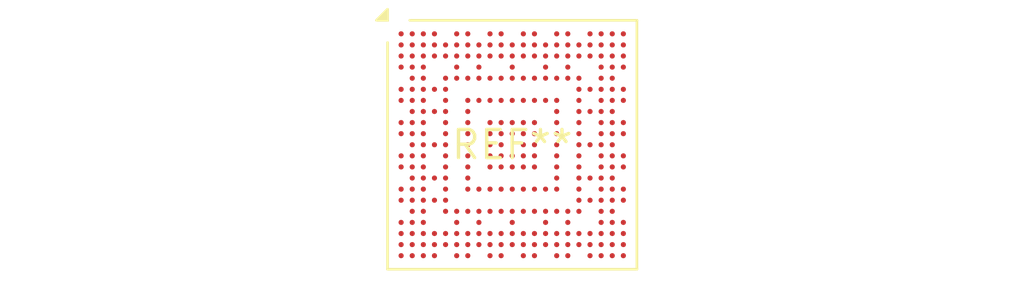
<source format=kicad_pcb>
(kicad_pcb (version 20240108) (generator pcbnew)
  (layers (0 "F.Cu" signal) (31 "B.Cu" signal) (34 "B.Paste" user) (35 "F.Paste" user) (36 "B.SilkS" user "B.Silkscreen") (37 "F.SilkS" user "F.Silkscreen") (38 "B.Mask" user) (39 "F.Mask" user) (44 "Edge.Cuts" user))
  (net 0 "")
  (footprint "ST_TFBGA-320_11x11mm_Layout21x21_P0.5mm" (layer "F.Cu") (at 0 0)
    (property "Reference" "REF**")
    (property "Value" "ST_TFBGA-320_11x11mm_Layout21x21_P0.5mm")
    (fp_line (start -5.61 5.61) (end -5.61 -4.61) (layer "F.SilkS") (stroke (width 0.12)))
    (fp_line (start -4.61 -5.61) (end 5.61 -5.61) (layer "F.SilkS") (stroke (width 0.12)))
    (fp_line (start 5.61 -5.61) (end 5.61 5.61) (layer "F.SilkS") (stroke (width 0.12)))
    (fp_line (start 5.61 5.61) (end -5.61 5.61) (layer "F.SilkS") (stroke (width 0.12)))
    (fp_poly (pts (xy -5.61 -5.61) (xy -6.11 -5.61) (xy -5.61 -6.11) (xy -5.61 -5.61)) (layer "F.SilkS") (stroke (width 0.12)) (fill solid))
    (pad "A1" smd circle (at -5 -5) (size 0.23 0.23) (property pad_prop_bga) (layers "F.Cu" "F.Paste" "F.Mask"))
    (pad "A2" smd circle (at -4.5 -5) (size 0.23 0.23) (property pad_prop_bga) (layers "F.Cu" "F.Paste" "F.Mask"))
    (pad "A3" smd circle (at -4 -5) (size 0.23 0.23) (property pad_prop_bga) (layers "F.Cu" "F.Paste" "F.Mask"))
    (pad "A4" smd circle (at -3.5 -5) (size 0.23 0.23) (property pad_prop_bga) (layers "F.Cu" "F.Paste" "F.Mask"))
    (pad "A6" smd circle (at -2.5 -5) (size 0.23 0.23) (property pad_prop_bga) (layers "F.Cu" "F.Paste" "F.Mask"))
    (pad "A7" smd circle (at -2 -5) (size 0.23 0.23) (property pad_prop_bga) (layers "F.Cu" "F.Paste" "F.Mask"))
    (pad "A9" smd circle (at -1 -5) (size 0.23 0.23) (property pad_prop_bga) (layers "F.Cu" "F.Paste" "F.Mask"))
    (pad "A10" smd circle (at -0.5 -5) (size 0.23 0.23) (property pad_prop_bga) (layers "F.Cu" "F.Paste" "F.Mask"))
    (pad "A12" smd circle (at 0.5 -5) (size 0.23 0.23) (property pad_prop_bga) (layers "F.Cu" "F.Paste" "F.Mask"))
    (pad "A13" smd circle (at 1 -5) (size 0.23 0.23) (property pad_prop_bga) (layers "F.Cu" "F.Paste" "F.Mask"))
    (pad "A15" smd circle (at 2 -5) (size 0.23 0.23) (property pad_prop_bga) (layers "F.Cu" "F.Paste" "F.Mask"))
    (pad "A16" smd circle (at 2.5 -5) (size 0.23 0.23) (property pad_prop_bga) (layers "F.Cu" "F.Paste" "F.Mask"))
    (pad "A18" smd circle (at 3.5 -5) (size 0.23 0.23) (property pad_prop_bga) (layers "F.Cu" "F.Paste" "F.Mask"))
    (pad "A19" smd circle (at 4 -5) (size 0.23 0.23) (property pad_prop_bga) (layers "F.Cu" "F.Paste" "F.Mask"))
    (pad "A20" smd circle (at 4.5 -5) (size 0.23 0.23) (property pad_prop_bga) (layers "F.Cu" "F.Paste" "F.Mask"))
    (pad "A21" smd circle (at 5 -5) (size 0.23 0.23) (property pad_prop_bga) (layers "F.Cu" "F.Paste" "F.Mask"))
    (pad "AA1" smd circle (at -5 5) (size 0.23 0.23) (property pad_prop_bga) (layers "F.Cu" "F.Paste" "F.Mask"))
    (pad "AA2" smd circle (at -4.5 5) (size 0.23 0.23) (property pad_prop_bga) (layers "F.Cu" "F.Paste" "F.Mask"))
    (pad "AA3" smd circle (at -4 5) (size 0.23 0.23) (property pad_prop_bga) (layers "F.Cu" "F.Paste" "F.Mask"))
    (pad "AA4" smd circle (at -3.5 5) (size 0.23 0.23) (property pad_prop_bga) (layers "F.Cu" "F.Paste" "F.Mask"))
    (pad "AA6" smd circle (at -2.5 5) (size 0.23 0.23) (property pad_prop_bga) (layers "F.Cu" "F.Paste" "F.Mask"))
    (pad "AA7" smd circle (at -2 5) (size 0.23 0.23) (property pad_prop_bga) (layers "F.Cu" "F.Paste" "F.Mask"))
    (pad "AA9" smd circle (at -1 5) (size 0.23 0.23) (property pad_prop_bga) (layers "F.Cu" "F.Paste" "F.Mask"))
    (pad "AA10" smd circle (at -0.5 5) (size 0.23 0.23) (property pad_prop_bga) (layers "F.Cu" "F.Paste" "F.Mask"))
    (pad "AA12" smd circle (at 0.5 5) (size 0.23 0.23) (property pad_prop_bga) (layers "F.Cu" "F.Paste" "F.Mask"))
    (pad "AA13" smd circle (at 1 5) (size 0.23 0.23) (property pad_prop_bga) (layers "F.Cu" "F.Paste" "F.Mask"))
    (pad "AA15" smd circle (at 2 5) (size 0.23 0.23) (property pad_prop_bga) (layers "F.Cu" "F.Paste" "F.Mask"))
    (pad "AA16" smd circle (at 2.5 5) (size 0.23 0.23) (property pad_prop_bga) (layers "F.Cu" "F.Paste" "F.Mask"))
    (pad "AA18" smd circle (at 3.5 5) (size 0.23 0.23) (property pad_prop_bga) (layers "F.Cu" "F.Paste" "F.Mask"))
    (pad "AA19" smd circle (at 4 5) (size 0.23 0.23) (property pad_prop_bga) (layers "F.Cu" "F.Paste" "F.Mask"))
    (pad "AA20" smd circle (at 4.5 5) (size 0.23 0.23) (property pad_prop_bga) (layers "F.Cu" "F.Paste" "F.Mask"))
    (pad "AA21" smd circle (at 5 5) (size 0.23 0.23) (property pad_prop_bga) (layers "F.Cu" "F.Paste" "F.Mask"))
    (pad "B1" smd circle (at -5 -4.5) (size 0.23 0.23) (property pad_prop_bga) (layers "F.Cu" "F.Paste" "F.Mask"))
    (pad "B2" smd circle (at -4.5 -4.5) (size 0.23 0.23) (property pad_prop_bga) (layers "F.Cu" "F.Paste" "F.Mask"))
    (pad "B3" smd circle (at -4 -4.5) (size 0.23 0.23) (property pad_prop_bga) (layers "F.Cu" "F.Paste" "F.Mask"))
    (pad "B4" smd circle (at -3.5 -4.5) (size 0.23 0.23) (property pad_prop_bga) (layers "F.Cu" "F.Paste" "F.Mask"))
    (pad "B5" smd circle (at -3 -4.5) (size 0.23 0.23) (property pad_prop_bga) (layers "F.Cu" "F.Paste" "F.Mask"))
    (pad "B6" smd circle (at -2.5 -4.5) (size 0.23 0.23) (property pad_prop_bga) (layers "F.Cu" "F.Paste" "F.Mask"))
    (pad "B7" smd circle (at -2 -4.5) (size 0.23 0.23) (property pad_prop_bga) (layers "F.Cu" "F.Paste" "F.Mask"))
    (pad "B8" smd circle (at -1.5 -4.5) (size 0.23 0.23) (property pad_prop_bga) (layers "F.Cu" "F.Paste" "F.Mask"))
    (pad "B9" smd circle (at -1 -4.5) (size 0.23 0.23) (property pad_prop_bga) (layers "F.Cu" "F.Paste" "F.Mask"))
    (pad "B10" smd circle (at -0.5 -4.5) (size 0.23 0.23) (property pad_prop_bga) (layers "F.Cu" "F.Paste" "F.Mask"))
    (pad "B11" smd circle (at 0 -4.5) (size 0.23 0.23) (property pad_prop_bga) (layers "F.Cu" "F.Paste" "F.Mask"))
    (pad "B12" smd circle (at 0.5 -4.5) (size 0.23 0.23) (property pad_prop_bga) (layers "F.Cu" "F.Paste" "F.Mask"))
    (pad "B13" smd circle (at 1 -4.5) (size 0.23 0.23) (property pad_prop_bga) (layers "F.Cu" "F.Paste" "F.Mask"))
    (pad "B14" smd circle (at 1.5 -4.5) (size 0.23 0.23) (property pad_prop_bga) (layers "F.Cu" "F.Paste" "F.Mask"))
    (pad "B15" smd circle (at 2 -4.5) (size 0.23 0.23) (property pad_prop_bga) (layers "F.Cu" "F.Paste" "F.Mask"))
    (pad "B16" smd circle (at 2.5 -4.5) (size 0.23 0.23) (property pad_prop_bga) (layers "F.Cu" "F.Paste" "F.Mask"))
    (pad "B17" smd circle (at 3 -4.5) (size 0.23 0.23) (property pad_prop_bga) (layers "F.Cu" "F.Paste" "F.Mask"))
    (pad "B18" smd circle (at 3.5 -4.5) (size 0.23 0.23) (property pad_prop_bga) (layers "F.Cu" "F.Paste" "F.Mask"))
    (pad "B19" smd circle (at 4 -4.5) (size 0.23 0.23) (property pad_prop_bga) (layers "F.Cu" "F.Paste" "F.Mask"))
    (pad "B20" smd circle (at 4.5 -4.5) (size 0.23 0.23) (property pad_prop_bga) (layers "F.Cu" "F.Paste" "F.Mask"))
    (pad "B21" smd circle (at 5 -4.5) (size 0.23 0.23) (property pad_prop_bga) (layers "F.Cu" "F.Paste" "F.Mask"))
    (pad "C1" smd circle (at -5 -4) (size 0.23 0.23) (property pad_prop_bga) (layers "F.Cu" "F.Paste" "F.Mask"))
    (pad "C2" smd circle (at -4.5 -4) (size 0.23 0.23) (property pad_prop_bga) (layers "F.Cu" "F.Paste" "F.Mask"))
    (pad "C3" smd circle (at -4 -4) (size 0.23 0.23) (property pad_prop_bga) (layers "F.Cu" "F.Paste" "F.Mask"))
    (pad "C4" smd circle (at -3.5 -4) (size 0.23 0.23) (property pad_prop_bga) (layers "F.Cu" "F.Paste" "F.Mask"))
    (pad "C5" smd circle (at -3 -4) (size 0.23 0.23) (property pad_prop_bga) (layers "F.Cu" "F.Paste" "F.Mask"))
    (pad "C6" smd circle (at -2.5 -4) (size 0.23 0.23) (property pad_prop_bga) (layers "F.Cu" "F.Paste" "F.Mask"))
    (pad "C7" smd circle (at -2 -4) (size 0.23 0.23) (property pad_prop_bga) (layers "F.Cu" "F.Paste" "F.Mask"))
    (pad "C8" smd circle (at -1.5 -4) (size 0.23 0.23) (property pad_prop_bga) (layers "F.Cu" "F.Paste" "F.Mask"))
    (pad "C9" smd circle (at -1 -4) (size 0.23 0.23) (property pad_prop_bga) (layers "F.Cu" "F.Paste" "F.Mask"))
    (pad "C10" smd circle (at -0.5 -4) (size 0.23 0.23) (property pad_prop_bga) (layers "F.Cu" "F.Paste" "F.Mask"))
    (pad "C11" smd circle (at 0 -4) (size 0.23 0.23) (property pad_prop_bga) (layers "F.Cu" "F.Paste" "F.Mask"))
    (pad "C12" smd circle (at 0.5 -4) (size 0.23 0.23) (property pad_prop_bga) (layers "F.Cu" "F.Paste" "F.Mask"))
    (pad "C13" smd circle (at 1 -4) (size 0.23 0.23) (property pad_prop_bga) (layers "F.Cu" "F.Paste" "F.Mask"))
    (pad "C14" smd circle (at 1.5 -4) (size 0.23 0.23) (property pad_prop_bga) (layers "F.Cu" "F.Paste" "F.Mask"))
    (pad "C15" smd circle (at 2 -4) (size 0.23 0.23) (property pad_prop_bga) (layers "F.Cu" "F.Paste" "F.Mask"))
    (pad "C16" smd circle (at 2.5 -4) (size 0.23 0.23) (property pad_prop_bga) (layers "F.Cu" "F.Paste" "F.Mask"))
    (pad "C17" smd circle (at 3 -4) (size 0.23 0.23) (property pad_prop_bga) (layers "F.Cu" "F.Paste" "F.Mask"))
    (pad "C18" smd circle (at 3.5 -4) (size 0.23 0.23) (property pad_prop_bga) (layers "F.Cu" "F.Paste" "F.Mask"))
    (pad "C19" smd circle (at 4 -4) (size 0.23 0.23) (property pad_prop_bga) (layers "F.Cu" "F.Paste" "F.Mask"))
    (pad "C20" smd circle (at 4.5 -4) (size 0.23 0.23) (property pad_prop_bga) (layers "F.Cu" "F.Paste" "F.Mask"))
    (pad "C21" smd circle (at 5 -4) (size 0.23 0.23) (property pad_prop_bga) (layers "F.Cu" "F.Paste" "F.Mask"))
    (pad "D1" smd circle (at -5 -3.5) (size 0.23 0.23) (property pad_prop_bga) (layers "F.Cu" "F.Paste" "F.Mask"))
    (pad "D2" smd circle (at -4.5 -3.5) (size 0.23 0.23) (property pad_prop_bga) (layers "F.Cu" "F.Paste" "F.Mask"))
    (pad "D3" smd circle (at -4 -3.5) (size 0.23 0.23) (property pad_prop_bga) (layers "F.Cu" "F.Paste" "F.Mask"))
    (pad "D6" smd circle (at -2.5 -3.5) (size 0.23 0.23) (property pad_prop_bga) (layers "F.Cu" "F.Paste" "F.Mask"))
    (pad "D8" smd circle (at -1.5 -3.5) (size 0.23 0.23) (property pad_prop_bga) (layers "F.Cu" "F.Paste" "F.Mask"))
    (pad "D11" smd circle (at 0 -3.5) (size 0.23 0.23) (property pad_prop_bga) (layers "F.Cu" "F.Paste" "F.Mask"))
    (pad "D14" smd circle (at 1.5 -3.5) (size 0.23 0.23) (property pad_prop_bga) (layers "F.Cu" "F.Paste" "F.Mask"))
    (pad "D16" smd circle (at 2.5 -3.5) (size 0.23 0.23) (property pad_prop_bga) (layers "F.Cu" "F.Paste" "F.Mask"))
    (pad "D19" smd circle (at 4 -3.5) (size 0.23 0.23) (property pad_prop_bga) (layers "F.Cu" "F.Paste" "F.Mask"))
    (pad "D20" smd circle (at 4.5 -3.5) (size 0.23 0.23) (property pad_prop_bga) (layers "F.Cu" "F.Paste" "F.Mask"))
    (pad "D21" smd circle (at 5 -3.5) (size 0.23 0.23) (property pad_prop_bga) (layers "F.Cu" "F.Paste" "F.Mask"))
    (pad "E2" smd circle (at -4.5 -3) (size 0.23 0.23) (property pad_prop_bga) (layers "F.Cu" "F.Paste" "F.Mask"))
    (pad "E3" smd circle (at -4 -3) (size 0.23 0.23) (property pad_prop_bga) (layers "F.Cu" "F.Paste" "F.Mask"))
    (pad "E5" smd circle (at -3 -3) (size 0.23 0.23) (property pad_prop_bga) (layers "F.Cu" "F.Paste" "F.Mask"))
    (pad "E6" smd circle (at -2.5 -3) (size 0.23 0.23) (property pad_prop_bga) (layers "F.Cu" "F.Paste" "F.Mask"))
    (pad "E7" smd circle (at -2 -3) (size 0.23 0.23) (property pad_prop_bga) (layers "F.Cu" "F.Paste" "F.Mask"))
    (pad "E8" smd circle (at -1.5 -3) (size 0.23 0.23) (property pad_prop_bga) (layers "F.Cu" "F.Paste" "F.Mask"))
    (pad "E9" smd circle (at -1 -3) (size 0.23 0.23) (property pad_prop_bga) (layers "F.Cu" "F.Paste" "F.Mask"))
    (pad "E10" smd circle (at -0.5 -3) (size 0.23 0.23) (property pad_prop_bga) (layers "F.Cu" "F.Paste" "F.Mask"))
    (pad "E11" smd circle (at 0 -3) (size 0.23 0.23) (property pad_prop_bga) (layers "F.Cu" "F.Paste" "F.Mask"))
    (pad "E12" smd circle (at 0.5 -3) (size 0.23 0.23) (property pad_prop_bga) (layers "F.Cu" "F.Paste" "F.Mask"))
    (pad "E13" smd circle (at 1 -3) (size 0.23 0.23) (property pad_prop_bga) (layers "F.Cu" "F.Paste" "F.Mask"))
    (pad "E14" smd circle (at 1.5 -3) (size 0.23 0.23) (property pad_prop_bga) (layers "F.Cu" "F.Paste" "F.Mask"))
    (pad "E15" smd circle (at 2 -3) (size 0.23 0.23) (property pad_prop_bga) (layers "F.Cu" "F.Paste" "F.Mask"))
    (pad "E16" smd circle (at 2.5 -3) (size 0.23 0.23) (property pad_prop_bga) (layers "F.Cu" "F.Paste" "F.Mask"))
    (pad "E17" smd circle (at 3 -3) (size 0.23 0.23) (property pad_prop_bga) (layers "F.Cu" "F.Paste" "F.Mask"))
    (pad "E19" smd circle (at 4 -3) (size 0.23 0.23) (property pad_prop_bga) (layers "F.Cu" "F.Paste" "F.Mask"))
    (pad "E20" smd circle (at 4.5 -3) (size 0.23 0.23) (property pad_prop_bga) (layers "F.Cu" "F.Paste" "F.Mask"))
    (pad "F1" smd circle (at -5 -2.5) (size 0.23 0.23) (property pad_prop_bga) (layers "F.Cu" "F.Paste" "F.Mask"))
    (pad "F2" smd circle (at -4.5 -2.5) (size 0.23 0.23) (property pad_prop_bga) (layers "F.Cu" "F.Paste" "F.Mask"))
    (pad "F3" smd circle (at -4 -2.5) (size 0.23 0.23) (property pad_prop_bga) (layers "F.Cu" "F.Paste" "F.Mask"))
    (pad "F4" smd circle (at -3.5 -2.5) (size 0.23 0.23) (property pad_prop_bga) (layers "F.Cu" "F.Paste" "F.Mask"))
    (pad "F5" smd circle (at -3 -2.5) (size 0.23 0.23) (property pad_prop_bga) (layers "F.Cu" "F.Paste" "F.Mask"))
    (pad "F17" smd circle (at 3 -2.5) (size 0.23 0.23) (property pad_prop_bga) (layers "F.Cu" "F.Paste" "F.Mask"))
    (pad "F18" smd circle (at 3.5 -2.5) (size 0.23 0.23) (property pad_prop_bga) (layers "F.Cu" "F.Paste" "F.Mask"))
    (pad "F19" smd circle (at 4 -2.5) (size 0.23 0.23) (property pad_prop_bga) (layers "F.Cu" "F.Paste" "F.Mask"))
    (pad "F20" smd circle (at 4.5 -2.5) (size 0.23 0.23) (property pad_prop_bga) (layers "F.Cu" "F.Paste" "F.Mask"))
    (pad "F21" smd circle (at 5 -2.5) (size 0.23 0.23) (property pad_prop_bga) (layers "F.Cu" "F.Paste" "F.Mask"))
    (pad "G1" smd circle (at -5 -2) (size 0.23 0.23) (property pad_prop_bga) (layers "F.Cu" "F.Paste" "F.Mask"))
    (pad "G2" smd circle (at -4.5 -2) (size 0.23 0.23) (property pad_prop_bga) (layers "F.Cu" "F.Paste" "F.Mask"))
    (pad "G3" smd circle (at -4 -2) (size 0.23 0.23) (property pad_prop_bga) (layers "F.Cu" "F.Paste" "F.Mask"))
    (pad "G5" smd circle (at -3 -2) (size 0.23 0.23) (property pad_prop_bga) (layers "F.Cu" "F.Paste" "F.Mask"))
    (pad "G7" smd circle (at -2 -2) (size 0.23 0.23) (property pad_prop_bga) (layers "F.Cu" "F.Paste" "F.Mask"))
    (pad "G8" smd circle (at -1.5 -2) (size 0.23 0.23) (property pad_prop_bga) (layers "F.Cu" "F.Paste" "F.Mask"))
    (pad "G9" smd circle (at -1 -2) (size 0.23 0.23) (property pad_prop_bga) (layers "F.Cu" "F.Paste" "F.Mask"))
    (pad "G10" smd circle (at -0.5 -2) (size 0.23 0.23) (property pad_prop_bga) (layers "F.Cu" "F.Paste" "F.Mask"))
    (pad "G11" smd circle (at 0 -2) (size 0.23 0.23) (property pad_prop_bga) (layers "F.Cu" "F.Paste" "F.Mask"))
    (pad "G12" smd circle (at 0.5 -2) (size 0.23 0.23) (property pad_prop_bga) (layers "F.Cu" "F.Paste" "F.Mask"))
    (pad "G13" smd circle (at 1 -2) (size 0.23 0.23) (property pad_prop_bga) (layers "F.Cu" "F.Paste" "F.Mask"))
    (pad "G14" smd circle (at 1.5 -2) (size 0.23 0.23) (property pad_prop_bga) (layers "F.Cu" "F.Paste" "F.Mask"))
    (pad "G15" smd circle (at 2 -2) (size 0.23 0.23) (property pad_prop_bga) (layers "F.Cu" "F.Paste" "F.Mask"))
    (pad "G17" smd circle (at 3 -2) (size 0.23 0.23) (property pad_prop_bga) (layers "F.Cu" "F.Paste" "F.Mask"))
    (pad "G19" smd circle (at 4 -2) (size 0.23 0.23) (property pad_prop_bga) (layers "F.Cu" "F.Paste" "F.Mask"))
    (pad "G20" smd circle (at 4.5 -2) (size 0.23 0.23) (property pad_prop_bga) (layers "F.Cu" "F.Paste" "F.Mask"))
    (pad "G21" smd circle (at 5 -2) (size 0.23 0.23) (property pad_prop_bga) (layers "F.Cu" "F.Paste" "F.Mask"))
    (pad "H2" smd circle (at -4.5 -1.5) (size 0.23 0.23) (property pad_prop_bga) (layers "F.Cu" "F.Paste" "F.Mask"))
    (pad "H3" smd circle (at -4 -1.5) (size 0.23 0.23) (property pad_prop_bga) (layers "F.Cu" "F.Paste" "F.Mask"))
    (pad "H4" smd circle (at -3.5 -1.5) (size 0.23 0.23) (property pad_prop_bga) (layers "F.Cu" "F.Paste" "F.Mask"))
    (pad "H5" smd circle (at -3 -1.5) (size 0.23 0.23) (property pad_prop_bga) (layers "F.Cu" "F.Paste" "F.Mask"))
    (pad "H7" smd circle (at -2 -1.5) (size 0.23 0.23) (property pad_prop_bga) (layers "F.Cu" "F.Paste" "F.Mask"))
    (pad "H15" smd circle (at 2 -1.5) (size 0.23 0.23) (property pad_prop_bga) (layers "F.Cu" "F.Paste" "F.Mask"))
    (pad "H17" smd circle (at 3 -1.5) (size 0.23 0.23) (property pad_prop_bga) (layers "F.Cu" "F.Paste" "F.Mask"))
    (pad "H18" smd circle (at 3.5 -1.5) (size 0.23 0.23) (property pad_prop_bga) (layers "F.Cu" "F.Paste" "F.Mask"))
    (pad "H19" smd circle (at 4 -1.5) (size 0.23 0.23) (property pad_prop_bga) (layers "F.Cu" "F.Paste" "F.Mask"))
    (pad "H20" smd circle (at 4.5 -1.5) (size 0.23 0.23) (property pad_prop_bga) (layers "F.Cu" "F.Paste" "F.Mask"))
    (pad "J1" smd circle (at -5 -1) (size 0.23 0.23) (property pad_prop_bga) (layers "F.Cu" "F.Paste" "F.Mask"))
    (pad "J2" smd circle (at -4.5 -1) (size 0.23 0.23) (property pad_prop_bga) (layers "F.Cu" "F.Paste" "F.Mask"))
    (pad "J3" smd circle (at -4 -1) (size 0.23 0.23) (property pad_prop_bga) (layers "F.Cu" "F.Paste" "F.Mask"))
    (pad "J5" smd circle (at -3 -1) (size 0.23 0.23) (property pad_prop_bga) (layers "F.Cu" "F.Paste" "F.Mask"))
    (pad "J7" smd circle (at -2 -1) (size 0.23 0.23) (property pad_prop_bga) (layers "F.Cu" "F.Paste" "F.Mask"))
    (pad "J9" smd circle (at -1 -1) (size 0.23 0.23) (property pad_prop_bga) (layers "F.Cu" "F.Paste" "F.Mask"))
    (pad "J10" smd circle (at -0.5 -1) (size 0.23 0.23) (property pad_prop_bga) (layers "F.Cu" "F.Paste" "F.Mask"))
    (pad "J11" smd circle (at 0 -1) (size 0.23 0.23) (property pad_prop_bga) (layers "F.Cu" "F.Paste" "F.Mask"))
    (pad "J12" smd circle (at 0.5 -1) (size 0.23 0.23) (property pad_prop_bga) (layers "F.Cu" "F.Paste" "F.Mask"))
    (pad "J13" smd circle (at 1 -1) (size 0.23 0.23) (property pad_prop_bga) (layers "F.Cu" "F.Paste" "F.Mask"))
    (pad "J15" smd circle (at 2 -1) (size 0.23 0.23) (property pad_prop_bga) (layers "F.Cu" "F.Paste" "F.Mask"))
    (pad "J17" smd circle (at 3 -1) (size 0.23 0.23) (property pad_prop_bga) (layers "F.Cu" "F.Paste" "F.Mask"))
    (pad "J19" smd circle (at 4 -1) (size 0.23 0.23) (property pad_prop_bga) (layers "F.Cu" "F.Paste" "F.Mask"))
    (pad "J20" smd circle (at 4.5 -1) (size 0.23 0.23) (property pad_prop_bga) (layers "F.Cu" "F.Paste" "F.Mask"))
    (pad "J21" smd circle (at 5 -1) (size 0.23 0.23) (property pad_prop_bga) (layers "F.Cu" "F.Paste" "F.Mask"))
    (pad "K1" smd circle (at -5 -0.5) (size 0.23 0.23) (property pad_prop_bga) (layers "F.Cu" "F.Paste" "F.Mask"))
    (pad "K2" smd circle (at -4.5 -0.5) (size 0.23 0.23) (property pad_prop_bga) (layers "F.Cu" "F.Paste" "F.Mask"))
    (pad "K3" smd circle (at -4 -0.5) (size 0.23 0.23) (property pad_prop_bga) (layers "F.Cu" "F.Paste" "F.Mask"))
    (pad "K5" smd circle (at -3 -0.5) (size 0.23 0.23) (property pad_prop_bga) (layers "F.Cu" "F.Paste" "F.Mask"))
    (pad "K7" smd circle (at -2 -0.5) (size 0.23 0.23) (property pad_prop_bga) (layers "F.Cu" "F.Paste" "F.Mask"))
    (pad "K9" smd circle (at -1 -0.5) (size 0.23 0.23) (property pad_prop_bga) (layers "F.Cu" "F.Paste" "F.Mask"))
    (pad "K10" smd circle (at -0.5 -0.5) (size 0.23 0.23) (property pad_prop_bga) (layers "F.Cu" "F.Paste" "F.Mask"))
    (pad "K11" smd circle (at 0 -0.5) (size 0.23 0.23) (property pad_prop_bga) (layers "F.Cu" "F.Paste" "F.Mask"))
    (pad "K12" smd circle (at 0.5 -0.5) (size 0.23 0.23) (property pad_prop_bga) (layers "F.Cu" "F.Paste" "F.Mask"))
    (pad "K13" smd circle (at 1 -0.5) (size 0.23 0.23) (property pad_prop_bga) (layers "F.Cu" "F.Paste" "F.Mask"))
    (pad "K15" smd circle (at 2 -0.5) (size 0.23 0.23) (property pad_prop_bga) (layers "F.Cu" "F.Paste" "F.Mask"))
    (pad "K17" smd circle (at 3 -0.5) (size 0.23 0.23) (property pad_prop_bga) (layers "F.Cu" "F.Paste" "F.Mask"))
    (pad "K19" smd circle (at 4 -0.5) (size 0.23 0.23) (property pad_prop_bga) (layers "F.Cu" "F.Paste" "F.Mask"))
    (pad "K20" smd circle (at 4.5 -0.5) (size 0.23 0.23) (property pad_prop_bga) (layers "F.Cu" "F.Paste" "F.Mask"))
    (pad "K21" smd circle (at 5 -0.5) (size 0.23 0.23) (property pad_prop_bga) (layers "F.Cu" "F.Paste" "F.Mask"))
    (pad "L2" smd circle (at -4.5 0) (size 0.23 0.23) (property pad_prop_bga) (layers "F.Cu" "F.Paste" "F.Mask"))
    (pad "L3" smd circle (at -4 0) (size 0.23 0.23) (property pad_prop_bga) (layers "F.Cu" "F.Paste" "F.Mask"))
    (pad "L4" smd circle (at -3.5 0) (size 0.23 0.23) (property pad_prop_bga) (layers "F.Cu" "F.Paste" "F.Mask"))
    (pad "L5" smd circle (at -3 0) (size 0.23 0.23) (property pad_prop_bga) (layers "F.Cu" "F.Paste" "F.Mask"))
    (pad "L7" smd circle (at -2 0) (size 0.23 0.23) (property pad_prop_bga) (layers "F.Cu" "F.Paste" "F.Mask"))
    (pad "L9" smd circle (at -1 0) (size 0.23 0.23) (property pad_prop_bga) (layers "F.Cu" "F.Paste" "F.Mask"))
    (pad "L10" smd circle (at -0.5 0) (size 0.23 0.23) (property pad_prop_bga) (layers "F.Cu" "F.Paste" "F.Mask"))
    (pad "L12" smd circle (at 0.5 0) (size 0.23 0.23) (property pad_prop_bga) (layers "F.Cu" "F.Paste" "F.Mask"))
    (pad "L13" smd circle (at 1 0) (size 0.23 0.23) (property pad_prop_bga) (layers "F.Cu" "F.Paste" "F.Mask"))
    (pad "L15" smd circle (at 2 0) (size 0.23 0.23) (property pad_prop_bga) (layers "F.Cu" "F.Paste" "F.Mask"))
    (pad "L17" smd circle (at 3 0) (size 0.23 0.23) (property pad_prop_bga) (layers "F.Cu" "F.Paste" "F.Mask"))
    (pad "L18" smd circle (at 3.5 0) (size 0.23 0.23) (property pad_prop_bga) (layers "F.Cu" "F.Paste" "F.Mask"))
    (pad "L19" smd circle (at 4 0) (size 0.23 0.23) (property pad_prop_bga) (layers "F.Cu" "F.Paste" "F.Mask"))
    (pad "L20" smd circle (at 4.5 0) (size 0.23 0.23) (property pad_prop_bga) (layers "F.Cu" "F.Paste" "F.Mask"))
    (pad "M1" smd circle (at -5 0.5) (size 0.23 0.23) (property pad_prop_bga) (layers "F.Cu" "F.Paste" "F.Mask"))
    (pad "M2" smd circle (at -4.5 0.5) (size 0.23 0.23) (property pad_prop_bga) (layers "F.Cu" "F.Paste" "F.Mask"))
    (pad "M3" smd circle (at -4 0.5) (size 0.23 0.23) (property pad_prop_bga) (layers "F.Cu" "F.Paste" "F.Mask"))
    (pad "M5" smd circle (at -3 0.5) (size 0.23 0.23) (property pad_prop_bga) (layers "F.Cu" "F.Paste" "F.Mask"))
    (pad "M7" smd circle (at -2 0.5) (size 0.23 0.23) (property pad_prop_bga) (layers "F.Cu" "F.Paste" "F.Mask"))
    (pad "M9" smd circle (at -1 0.5) (size 0.23 0.23) (property pad_prop_bga) (layers "F.Cu" "F.Paste" "F.Mask"))
    (pad "M10" smd circle (at -0.5 0.5) (size 0.23 0.23) (property pad_prop_bga) (layers "F.Cu" "F.Paste" "F.Mask"))
    (pad "M11" smd circle (at 0 0.5) (size 0.23 0.23) (property pad_prop_bga) (layers "F.Cu" "F.Paste" "F.Mask"))
    (pad "M12" smd circle (at 0.5 0.5) (size 0.23 0.23) (property pad_prop_bga) (layers "F.Cu" "F.Paste" "F.Mask"))
    (pad "M13" smd circle (at 1 0.5) (size 0.23 0.23) (property pad_prop_bga) (layers "F.Cu" "F.Paste" "F.Mask"))
    (pad "M15" smd circle (at 2 0.5) (size 0.23 0.23) (property pad_prop_bga) (layers "F.Cu" "F.Paste" "F.Mask"))
    (pad "M17" smd circle (at 3 0.5) (size 0.23 0.23) (property pad_prop_bga) (layers "F.Cu" "F.Paste" "F.Mask"))
    (pad "M19" smd circle (at 4 0.5) (size 0.23 0.23) (property pad_prop_bga) (layers "F.Cu" "F.Paste" "F.Mask"))
    (pad "M20" smd circle (at 4.5 0.5) (size 0.23 0.23) (property pad_prop_bga) (layers "F.Cu" "F.Paste" "F.Mask"))
    (pad "M21" smd circle (at 5 0.5) (size 0.23 0.23) (property pad_prop_bga) (layers "F.Cu" "F.Paste" "F.Mask"))
    (pad "N1" smd circle (at -5 1) (size 0.23 0.23) (property pad_prop_bga) (layers "F.Cu" "F.Paste" "F.Mask"))
    (pad "N2" smd circle (at -4.5 1) (size 0.23 0.23) (property pad_prop_bga) (layers "F.Cu" "F.Paste" "F.Mask"))
    (pad "N3" smd circle (at -4 1) (size 0.23 0.23) (property pad_prop_bga) (layers "F.Cu" "F.Paste" "F.Mask"))
    (pad "N5" smd circle (at -3 1) (size 0.23 0.23) (property pad_prop_bga) (layers "F.Cu" "F.Paste" "F.Mask"))
    (pad "N7" smd circle (at -2 1) (size 0.23 0.23) (property pad_prop_bga) (layers "F.Cu" "F.Paste" "F.Mask"))
    (pad "N9" smd circle (at -1 1) (size 0.23 0.23) (property pad_prop_bga) (layers "F.Cu" "F.Paste" "F.Mask"))
    (pad "N10" smd circle (at -0.5 1) (size 0.23 0.23) (property pad_prop_bga) (layers "F.Cu" "F.Paste" "F.Mask"))
    (pad "N11" smd circle (at 0 1) (size 0.23 0.23) (property pad_prop_bga) (layers "F.Cu" "F.Paste" "F.Mask"))
    (pad "N12" smd circle (at 0.5 1) (size 0.23 0.23) (property pad_prop_bga) (layers "F.Cu" "F.Paste" "F.Mask"))
    (pad "N13" smd circle (at 1 1) (size 0.23 0.23) (property pad_prop_bga) (layers "F.Cu" "F.Paste" "F.Mask"))
    (pad "N15" smd circle (at 2 1) (size 0.23 0.23) (property pad_prop_bga) (layers "F.Cu" "F.Paste" "F.Mask"))
    (pad "N17" smd circle (at 3 1) (size 0.23 0.23) (property pad_prop_bga) (layers "F.Cu" "F.Paste" "F.Mask"))
    (pad "N19" smd circle (at 4 1) (size 0.23 0.23) (property pad_prop_bga) (layers "F.Cu" "F.Paste" "F.Mask"))
    (pad "N20" smd circle (at 4.5 1) (size 0.23 0.23) (property pad_prop_bga) (layers "F.Cu" "F.Paste" "F.Mask"))
    (pad "N21" smd circle (at 5 1) (size 0.23 0.23) (property pad_prop_bga) (layers "F.Cu" "F.Paste" "F.Mask"))
    (pad "P2" smd circle (at -4.5 1.5) (size 0.23 0.23) (property pad_prop_bga) (layers "F.Cu" "F.Paste" "F.Mask"))
    (pad "P3" smd circle (at -4 1.5) (size 0.23 0.23) (property pad_prop_bga) (layers "F.Cu" "F.Paste" "F.Mask"))
    (pad "P4" smd circle (at -3.5 1.5) (size 0.23 0.23) (property pad_prop_bga) (layers "F.Cu" "F.Paste" "F.Mask"))
    (pad "P5" smd circle (at -3 1.5) (size 0.23 0.23) (property pad_prop_bga) (layers "F.Cu" "F.Paste" "F.Mask"))
    (pad "P7" smd circle (at -2 1.5) (size 0.23 0.23) (property pad_prop_bga) (layers "F.Cu" "F.Paste" "F.Mask"))
    (pad "P15" smd circle (at 2 1.5) (size 0.23 0.23) (property pad_prop_bga) (layers "F.Cu" "F.Paste" "F.Mask"))
    (pad "P17" smd circle (at 3 1.5) (size 0.23 0.23) (property pad_prop_bga) (layers "F.Cu" "F.Paste" "F.Mask"))
    (pad "P18" smd circle (at 3.5 1.5) (size 0.23 0.23) (property pad_prop_bga) (layers "F.Cu" "F.Paste" "F.Mask"))
    (pad "P19" smd circle (at 4 1.5) (size 0.23 0.23) (property pad_prop_bga) (layers "F.Cu" "F.Paste" "F.Mask"))
    (pad "P20" smd circle (at 4.5 1.5) (size 0.23 0.23) (property pad_prop_bga) (layers "F.Cu" "F.Paste" "F.Mask"))
    (pad "R1" smd circle (at -5 2) (size 0.23 0.23) (property pad_prop_bga) (layers "F.Cu" "F.Paste" "F.Mask"))
    (pad "R2" smd circle (at -4.5 2) (size 0.23 0.23) (property pad_prop_bga) (layers "F.Cu" "F.Paste" "F.Mask"))
    (pad "R3" smd circle (at -4 2) (size 0.23 0.23) (property pad_prop_bga) (layers "F.Cu" "F.Paste" "F.Mask"))
    (pad "R5" smd circle (at -3 2) (size 0.23 0.23) (property pad_prop_bga) (layers "F.Cu" "F.Paste" "F.Mask"))
    (pad "R7" smd circle (at -2 2) (size 0.23 0.23) (property pad_prop_bga) (layers "F.Cu" "F.Paste" "F.Mask"))
    (pad "R8" smd circle (at -1.5 2) (size 0.23 0.23) (property pad_prop_bga) (layers "F.Cu" "F.Paste" "F.Mask"))
    (pad "R9" smd circle (at -1 2) (size 0.23 0.23) (property pad_prop_bga) (layers "F.Cu" "F.Paste" "F.Mask"))
    (pad "R10" smd circle (at -0.5 2) (size 0.23 0.23) (property pad_prop_bga) (layers "F.Cu" "F.Paste" "F.Mask"))
    (pad "R11" smd circle (at 0 2) (size 0.23 0.23) (property pad_prop_bga) (layers "F.Cu" "F.Paste" "F.Mask"))
    (pad "R12" smd circle (at 0.5 2) (size 0.23 0.23) (property pad_prop_bga) (layers "F.Cu" "F.Paste" "F.Mask"))
    (pad "R13" smd circle (at 1 2) (size 0.23 0.23) (property pad_prop_bga) (layers "F.Cu" "F.Paste" "F.Mask"))
    (pad "R14" smd circle (at 1.5 2) (size 0.23 0.23) (property pad_prop_bga) (layers "F.Cu" "F.Paste" "F.Mask"))
    (pad "R15" smd circle (at 2 2) (size 0.23 0.23) (property pad_prop_bga) (layers "F.Cu" "F.Paste" "F.Mask"))
    (pad "R17" smd circle (at 3 2) (size 0.23 0.23) (property pad_prop_bga) (layers "F.Cu" "F.Paste" "F.Mask"))
    (pad "R19" smd circle (at 4 2) (size 0.23 0.23) (property pad_prop_bga) (layers "F.Cu" "F.Paste" "F.Mask"))
    (pad "R20" smd circle (at 4.5 2) (size 0.23 0.23) (property pad_prop_bga) (layers "F.Cu" "F.Paste" "F.Mask"))
    (pad "R21" smd circle (at 5 2) (size 0.23 0.23) (property pad_prop_bga) (layers "F.Cu" "F.Paste" "F.Mask"))
    (pad "T1" smd circle (at -5 2.5) (size 0.23 0.23) (property pad_prop_bga) (layers "F.Cu" "F.Paste" "F.Mask"))
    (pad "T2" smd circle (at -4.5 2.5) (size 0.23 0.23) (property pad_prop_bga) (layers "F.Cu" "F.Paste" "F.Mask"))
    (pad "T3" smd circle (at -4 2.5) (size 0.23 0.23) (property pad_prop_bga) (layers "F.Cu" "F.Paste" "F.Mask"))
    (pad "T4" smd circle (at -3.5 2.5) (size 0.23 0.23) (property pad_prop_bga) (layers "F.Cu" "F.Paste" "F.Mask"))
    (pad "T5" smd circle (at -3 2.5) (size 0.23 0.23) (property pad_prop_bga) (layers "F.Cu" "F.Paste" "F.Mask"))
    (pad "T17" smd circle (at 3 2.5) (size 0.23 0.23) (property pad_prop_bga) (layers "F.Cu" "F.Paste" "F.Mask"))
    (pad "T18" smd circle (at 3.5 2.5) (size 0.23 0.23) (property pad_prop_bga) (layers "F.Cu" "F.Paste" "F.Mask"))
    (pad "T19" smd circle (at 4 2.5) (size 0.23 0.23) (property pad_prop_bga) (layers "F.Cu" "F.Paste" "F.Mask"))
    (pad "T20" smd circle (at 4.5 2.5) (size 0.23 0.23) (property pad_prop_bga) (layers "F.Cu" "F.Paste" "F.Mask"))
    (pad "T21" smd circle (at 5 2.5) (size 0.23 0.23) (property pad_prop_bga) (layers "F.Cu" "F.Paste" "F.Mask"))
    (pad "U2" smd circle (at -4.5 3) (size 0.23 0.23) (property pad_prop_bga) (layers "F.Cu" "F.Paste" "F.Mask"))
    (pad "U3" smd circle (at -4 3) (size 0.23 0.23) (property pad_prop_bga) (layers "F.Cu" "F.Paste" "F.Mask"))
    (pad "U5" smd circle (at -3 3) (size 0.23 0.23) (property pad_prop_bga) (layers "F.Cu" "F.Paste" "F.Mask"))
    (pad "U6" smd circle (at -2.5 3) (size 0.23 0.23) (property pad_prop_bga) (layers "F.Cu" "F.Paste" "F.Mask"))
    (pad "U7" smd circle (at -2 3) (size 0.23 0.23) (property pad_prop_bga) (layers "F.Cu" "F.Paste" "F.Mask"))
    (pad "U8" smd circle (at -1.5 3) (size 0.23 0.23) (property pad_prop_bga) (layers "F.Cu" "F.Paste" "F.Mask"))
    (pad "U9" smd circle (at -1 3) (size 0.23 0.23) (property pad_prop_bga) (layers "F.Cu" "F.Paste" "F.Mask"))
    (pad "U10" smd circle (at -0.5 3) (size 0.23 0.23) (property pad_prop_bga) (layers "F.Cu" "F.Paste" "F.Mask"))
    (pad "U11" smd circle (at 0 3) (size 0.23 0.23) (property pad_prop_bga) (layers "F.Cu" "F.Paste" "F.Mask"))
    (pad "U12" smd circle (at 0.5 3) (size 0.23 0.23) (property pad_prop_bga) (layers "F.Cu" "F.Paste" "F.Mask"))
    (pad "U13" smd circle (at 1 3) (size 0.23 0.23) (property pad_prop_bga) (layers "F.Cu" "F.Paste" "F.Mask"))
    (pad "U14" smd circle (at 1.5 3) (size 0.23 0.23) (property pad_prop_bga) (layers "F.Cu" "F.Paste" "F.Mask"))
    (pad "U15" smd circle (at 2 3) (size 0.23 0.23) (property pad_prop_bga) (layers "F.Cu" "F.Paste" "F.Mask"))
    (pad "U16" smd circle (at 2.5 3) (size 0.23 0.23) (property pad_prop_bga) (layers "F.Cu" "F.Paste" "F.Mask"))
    (pad "U17" smd circle (at 3 3) (size 0.23 0.23) (property pad_prop_bga) (layers "F.Cu" "F.Paste" "F.Mask"))
    (pad "U19" smd circle (at 4 3) (size 0.23 0.23) (property pad_prop_bga) (layers "F.Cu" "F.Paste" "F.Mask"))
    (pad "U20" smd circle (at 4.5 3) (size 0.23 0.23) (property pad_prop_bga) (layers "F.Cu" "F.Paste" "F.Mask"))
    (pad "V1" smd circle (at -5 3.5) (size 0.23 0.23) (property pad_prop_bga) (layers "F.Cu" "F.Paste" "F.Mask"))
    (pad "V2" smd circle (at -4.5 3.5) (size 0.23 0.23) (property pad_prop_bga) (layers "F.Cu" "F.Paste" "F.Mask"))
    (pad "V3" smd circle (at -4 3.5) (size 0.23 0.23) (property pad_prop_bga) (layers "F.Cu" "F.Paste" "F.Mask"))
    (pad "V6" smd circle (at -2.5 3.5) (size 0.23 0.23) (property pad_prop_bga) (layers "F.Cu" "F.Paste" "F.Mask"))
    (pad "V8" smd circle (at -1.5 3.5) (size 0.23 0.23) (property pad_prop_bga) (layers "F.Cu" "F.Paste" "F.Mask"))
    (pad "V11" smd circle (at 0 3.5) (size 0.23 0.23) (property pad_prop_bga) (layers "F.Cu" "F.Paste" "F.Mask"))
    (pad "V14" smd circle (at 1.5 3.5) (size 0.23 0.23) (property pad_prop_bga) (layers "F.Cu" "F.Paste" "F.Mask"))
    (pad "V16" smd circle (at 2.5 3.5) (size 0.23 0.23) (property pad_prop_bga) (layers "F.Cu" "F.Paste" "F.Mask"))
    (pad "V19" smd circle (at 4 3.5) (size 0.23 0.23) (property pad_prop_bga) (layers "F.Cu" "F.Paste" "F.Mask"))
    (pad "V20" smd circle (at 4.5 3.5) (size 0.23 0.23) (property pad_prop_bga) (layers "F.Cu" "F.Paste" "F.Mask"))
    (pad "V21" smd circle (at 5 3.5) (size 0.23 0.23) (property pad_prop_bga) (layers "F.Cu" "F.Paste" "F.Mask"))
    (pad "W1" smd circle (at -5 4) (size 0.23 0.23) (property pad_prop_bga) (layers "F.Cu" "F.Paste" "F.Mask"))
    (pad "W2" smd circle (at -4.5 4) (size 0.23 0.23) (property pad_prop_bga) (layers "F.Cu" "F.Paste" "F.Mask"))
    (pad "W3" smd circle (at -4 4) (size 0.23 0.23) (property pad_prop_bga) (layers "F.Cu" "F.Paste" "F.Mask"))
    (pad "W4" smd circle (at -3.5 4) (size 0.23 0.23) (property pad_prop_bga) (layers "F.Cu" "F.Paste" "F.Mask"))
    (pad "W5" smd circle (at -3 4) (size 0.23 0.23) (property pad_prop_bga) (layers "F.Cu" "F.Paste" "F.Mask"))
    (pad "W6" smd circle (at -2.5 4) (size 0.23 0.23) (property pad_prop_bga) (layers "F.Cu" "F.Paste" "F.Mask"))
    (pad "W7" smd circle (at -2 4) (size 0.23 0.23) (property pad_prop_bga) (layers "F.Cu" "F.Paste" "F.Mask"))
    (pad "W8" smd circle (at -1.5 4) (size 0.23 0.23) (property pad_prop_bga) (layers "F.Cu" "F.Paste" "F.Mask"))
    (pad "W9" smd circle (at -1 4) (size 0.23 0.23) (property pad_prop_bga) (layers "F.Cu" "F.Paste" "F.Mask"))
    (pad "W10" smd circle (at -0.5 4) (size 0.23 0.23) (property pad_prop_bga) (layers "F.Cu" "F.Paste" "F.Mask"))
    (pad "W11" smd circle (at 0 4) (size 0.23 0.23) (property pad_prop_bga) (layers "F.Cu" "F.Paste" "F.Mask"))
    (pad "W12" smd circle (at 0.5 4) (size 0.23 0.23) (property pad_prop_bga) (layers "F.Cu" "F.Paste" "F.Mask"))
    (pad "W13" smd circle (at 1 4) (size 0.23 0.23) (property pad_prop_bga) (layers "F.Cu" "F.Paste" "F.Mask"))
    (pad "W14" smd circle (at 1.5 4) (size 0.23 0.23) (property pad_prop_bga) (layers "F.Cu" "F.Paste" "F.Mask"))
    (pad "W15" smd circle (at 2 4) (size 0.23 0.23) (property pad_prop_bga) (layers "F.Cu" "F.Paste" "F.Mask"))
    (pad "W16" smd circle (at 2.5 4) (size 0.23 0.23) (property pad_prop_bga) (layers "F.Cu" "F.Paste" "F.Mask"))
    (pad "W17" smd circle (at 3 4) (size 0.23 0.23) (property pad_prop_bga) (layers "F.Cu" "F.Paste" "F.Mask"))
    (pad "W18" smd circle (at 3.5 4) (size 0.23 0.23) (property pad_prop_bga) (layers "F.Cu" "F.Paste" "F.Mask"))
    (pad "W19" smd circle (at 4 4) (size 0.23 0.23) (property pad_prop_bga) (layers "F.Cu" "F.Paste" "F.Mask"))
    (pad "W20" smd circle (at 4.5 4) (size 0.23 0.23) (property pad_prop_bga) (layers "F.Cu" "F.Paste" "F.Mask"))
    (pad "W21" smd circle (at 5 4) (size 0.23 0.23) (property pad_prop_bga) (layers "F.Cu" "F.Paste" "F.Mask"))
    (pad "Y1" smd circle (at -5 4.5) (size 0.23 0.23) (property pad_prop_bga) (layers "F.Cu" "F.Paste" "F.Mask"))
    (pad "Y2" smd circle (at -4.5 4.5) (size 0.23 0.23) (property pad_prop_bga) (layers "F.Cu" "F.Paste" "F.Mask"))
    (pad "Y3" smd circle (at -4 4.5) (size 0.23 0.23) (property pad_prop_bga) (layers "F.Cu" "F.Paste" "F.Mask"))
    (pad "Y4" smd circle (at -3.5 4.5) (size 0.23 0.23) (property pad_prop_bga) (layers "F.Cu" "F.Paste" "F.Mask"))
    (pad "Y5" smd circle (at -3 4.5) (size 0.23 0.23) (property pad_prop_bga) (layers "F.Cu" "F.Paste" "F.Mask"))
    (pad "Y6" smd circle (at -2.5 4.5) (size 0.23 0.23) (property pad_prop_bga) (layers "F.Cu" "F.Paste" "F.Mask"))
    (pad "Y7" smd circle (at -2 4.5) (size 0.23 0.23) (property pad_prop_bga) (layers "F.Cu" "F.Paste" "F.Mask"))
    (pad "Y8" smd circle (at -1.5 4.5) (size 0.23 0.23) (property pad_prop_bga) (layers "F.Cu" "F.Paste" "F.Mask"))
    (pad "Y9" smd circle (at -1 4.5) (size 0.23 0.23) (property pad_prop_bga) (layers "F.Cu" "F.Paste" "F.Mask"))
    (pad "Y10" smd circle (at -0.5 4.5) (size 0.23 0.23) (property pad_prop_bga) (layers "F.Cu" "F.Paste" "F.Mask"))
    (pad "Y11" smd circle (at 0 4.5) (size 0.23 0.23) (property pad_prop_bga) (layers "F.Cu" "F.Paste" "F.Mask"))
    (pad "Y12" smd circle (at 0.5 4.5) (size 0.23 0.23) (property pad_prop_bga) (layers "F.Cu" "F.Paste" "F.Mask"))
    (pad "Y13" smd circle (at 1 4.5) (size 0.23 0.23) (property pad_prop_bga) (layers "F.Cu" "F.Paste" "F.Mask"))
    (pad "Y14" smd circle (at 1.5 4.5) (size 0.23 0.23) (property pad_prop_bga) (layers "F.Cu" "F.Paste" "F.Mask"))
    (pad "Y15" smd circle (at 2 4.5) (size 0.23 0.23) (property pad_prop_bga) (layers "F.Cu" "F.Paste" "F.Mask"))
    (pad "Y16" smd circle (at 2.5 4.5) (size 0.23 0.23) (property pad_prop_bga) (layers "F.Cu" "F.Paste" "F.Mask"))
    (pad "Y17" smd circle (at 3 4.5) (size 0.23 0.23) (property pad_prop_bga) (layers "F.Cu" "F.Paste" "F.Mask"))
    (pad "Y18" smd circle (at 3.5 4.5) (size 0.23 0.23) (property pad_prop_bga) (layers "F.Cu" "F.Paste" "F.Mask"))
    (pad "Y19" smd circle (at 4 4.5) (size 0.23 0.23) (property pad_prop_bga) (layers "F.Cu" "F.Paste" "F.Mask"))
    (pad "Y20" smd circle (at 4.5 4.5) (size 0.23 0.23) (property pad_prop_bga) (layers "F.Cu" "F.Paste" "F.Mask"))
    (pad "Y21" smd circle (at 5 4.5) (size 0.23 0.23) (property pad_prop_bga) (layers "F.Cu" "F.Paste" "F.Mask"))
  )
)
</source>
